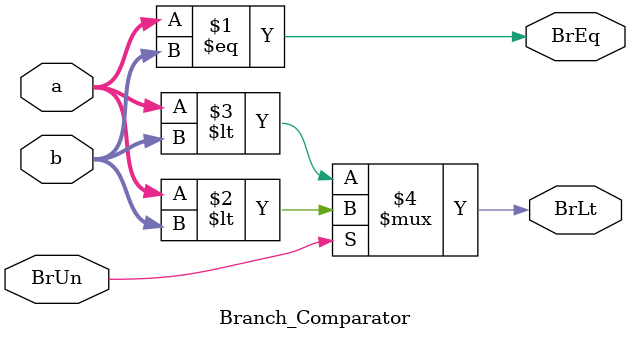
<source format=sv>
/************************************** Branch Comparator ************************************/
/* Designed by Qamar Moavia
 Details =>
    only on the basis of BrUn we will be calculating the BrLt, BrEq
    all the branch conditions can be extracted from these three (BrLt, BrEq, BrUn)
    BrEq is independent of whether instruction is signed or unsigned
*/
module Branch_Comparator(
    input logic [31:0] a,   
    input logic [31:0] b,    
    input logic        BrUn, 
    output logic       BrLt,  
    output logic       BrEq    
);

    assign BrEq = (a == b);  
    assign BrLt = BrUn ? (a < b) : ($signed(a) < $signed(b));

endmodule

/*********************************** Branch Comparator Ends **********************************/

</source>
